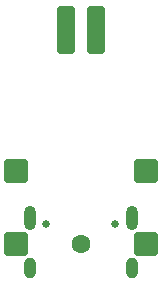
<source format=gbr>
%TF.GenerationSoftware,KiCad,Pcbnew,9.0.1*%
%TF.CreationDate,2025-06-25T00:30:31-04:00*%
%TF.ProjectId,DaughterBoard,44617567-6874-4657-9242-6f6172642e6b,rev?*%
%TF.SameCoordinates,Original*%
%TF.FileFunction,Soldermask,Bot*%
%TF.FilePolarity,Negative*%
%FSLAX46Y46*%
G04 Gerber Fmt 4.6, Leading zero omitted, Abs format (unit mm)*
G04 Created by KiCad (PCBNEW 9.0.1) date 2025-06-25 00:30:31*
%MOMM*%
%LPD*%
G01*
G04 APERTURE LIST*
G04 Aperture macros list*
%AMRoundRect*
0 Rectangle with rounded corners*
0 $1 Rounding radius*
0 $2 $3 $4 $5 $6 $7 $8 $9 X,Y pos of 4 corners*
0 Add a 4 corners polygon primitive as box body*
4,1,4,$2,$3,$4,$5,$6,$7,$8,$9,$2,$3,0*
0 Add four circle primitives for the rounded corners*
1,1,$1+$1,$2,$3*
1,1,$1+$1,$4,$5*
1,1,$1+$1,$6,$7*
1,1,$1+$1,$8,$9*
0 Add four rect primitives between the rounded corners*
20,1,$1+$1,$2,$3,$4,$5,0*
20,1,$1+$1,$4,$5,$6,$7,0*
20,1,$1+$1,$6,$7,$8,$9,0*
20,1,$1+$1,$8,$9,$2,$3,0*%
G04 Aperture macros list end*
%ADD10C,0.650000*%
%ADD11O,1.000000X2.100000*%
%ADD12O,1.000000X1.800000*%
%ADD13C,1.600000*%
%ADD14RoundRect,0.250000X0.750000X0.750000X-0.750000X0.750000X-0.750000X-0.750000X0.750000X-0.750000X0*%
%ADD15RoundRect,0.225000X0.525000X1.775000X-0.525000X1.775000X-0.525000X-1.775000X0.525000X-1.775000X0*%
G04 APERTURE END LIST*
D10*
%TO.C,J4*%
X101110000Y-71719400D03*
X106890000Y-71719400D03*
D11*
X99680000Y-71219400D03*
D12*
X99680000Y-75399400D03*
D11*
X108320000Y-71219400D03*
D12*
X108320000Y-75399400D03*
%TD*%
D13*
%TO.C,J3*%
X104000000Y-73375000D03*
D14*
X109500000Y-73375000D03*
X109500000Y-67225000D03*
X98500000Y-73375000D03*
X98500000Y-67225000D03*
%TD*%
D15*
%TO.C,J2*%
X105270001Y-55300000D03*
X102729999Y-55300000D03*
%TD*%
M02*

</source>
